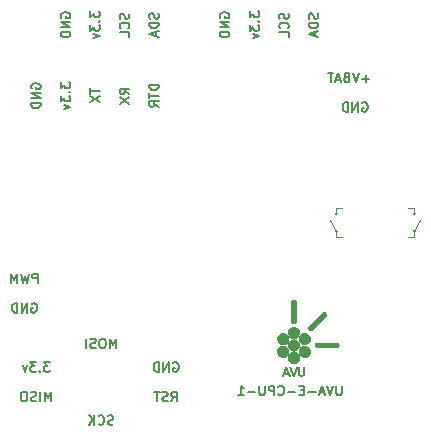
<source format=gbr>
%TF.GenerationSoftware,KiCad,Pcbnew,5.1.6*%
%TF.CreationDate,2020-09-21T03:48:32+02:00*%
%TF.ProjectId,Arduino_CPU_Board,41726475-696e-46f5-9f43-50555f426f61,rev?*%
%TF.SameCoordinates,Original*%
%TF.FileFunction,Legend,Bot*%
%TF.FilePolarity,Positive*%
%FSLAX46Y46*%
G04 Gerber Fmt 4.6, Leading zero omitted, Abs format (unit mm)*
G04 Created by KiCad (PCBNEW 5.1.6) date 2020-09-21 03:48:32*
%MOMM*%
%LPD*%
G01*
G04 APERTURE LIST*
%ADD10C,0.150000*%
%ADD11C,0.120000*%
%ADD12C,0.010000*%
G04 APERTURE END LIST*
D10*
X139861904Y-111061904D02*
X139861904Y-111709523D01*
X139823809Y-111785714D01*
X139785714Y-111823809D01*
X139709523Y-111861904D01*
X139557142Y-111861904D01*
X139480952Y-111823809D01*
X139442857Y-111785714D01*
X139404761Y-111709523D01*
X139404761Y-111061904D01*
X139138095Y-111061904D02*
X138871428Y-111861904D01*
X138604761Y-111061904D01*
X138376190Y-111633333D02*
X137995238Y-111633333D01*
X138452380Y-111861904D02*
X138185714Y-111061904D01*
X137919047Y-111861904D01*
X137652380Y-111557142D02*
X137042857Y-111557142D01*
X136661904Y-111442857D02*
X136395238Y-111442857D01*
X136280952Y-111861904D02*
X136661904Y-111861904D01*
X136661904Y-111061904D01*
X136280952Y-111061904D01*
X135938095Y-111557142D02*
X135328571Y-111557142D01*
X134490476Y-111785714D02*
X134528571Y-111823809D01*
X134642857Y-111861904D01*
X134719047Y-111861904D01*
X134833333Y-111823809D01*
X134909523Y-111747619D01*
X134947619Y-111671428D01*
X134985714Y-111519047D01*
X134985714Y-111404761D01*
X134947619Y-111252380D01*
X134909523Y-111176190D01*
X134833333Y-111100000D01*
X134719047Y-111061904D01*
X134642857Y-111061904D01*
X134528571Y-111100000D01*
X134490476Y-111138095D01*
X134147619Y-111861904D02*
X134147619Y-111061904D01*
X133842857Y-111061904D01*
X133766666Y-111100000D01*
X133728571Y-111138095D01*
X133690476Y-111214285D01*
X133690476Y-111328571D01*
X133728571Y-111404761D01*
X133766666Y-111442857D01*
X133842857Y-111480952D01*
X134147619Y-111480952D01*
X133347619Y-111061904D02*
X133347619Y-111709523D01*
X133309523Y-111785714D01*
X133271428Y-111823809D01*
X133195238Y-111861904D01*
X133042857Y-111861904D01*
X132966666Y-111823809D01*
X132928571Y-111785714D01*
X132890476Y-111709523D01*
X132890476Y-111061904D01*
X132509523Y-111557142D02*
X131900000Y-111557142D01*
X131100000Y-111861904D02*
X131557142Y-111861904D01*
X131328571Y-111861904D02*
X131328571Y-111061904D01*
X131404761Y-111176190D01*
X131480952Y-111252380D01*
X131557142Y-111290476D01*
D11*
X146100000Y-98000000D02*
G75*
G03*
X146100000Y-98000000I-100000J0D01*
G01*
X146100000Y-96500000D02*
G75*
G03*
X146100000Y-96500000I-100000J0D01*
G01*
X139500000Y-96500000D02*
G75*
G03*
X139500000Y-96500000I-100000J0D01*
G01*
X139500000Y-98000000D02*
G75*
G03*
X139500000Y-98000000I-100000J0D01*
G01*
X139400000Y-98500000D02*
X139900000Y-98500000D01*
X139400000Y-96000000D02*
X139900000Y-96000000D01*
X146000000Y-98000000D02*
X146500000Y-97000000D01*
X146000000Y-98500000D02*
X146000000Y-98000000D01*
X145500000Y-98500000D02*
X146000000Y-98500000D01*
X146000000Y-96000000D02*
X146000000Y-96500000D01*
X145500000Y-96000000D02*
X146000000Y-96000000D01*
X139400000Y-98000000D02*
X138900000Y-97000000D01*
X139400000Y-98500000D02*
X139400000Y-98000000D01*
X139400000Y-96000000D02*
X139400000Y-96500000D01*
D10*
X120528571Y-114323809D02*
X120414285Y-114361904D01*
X120223809Y-114361904D01*
X120147619Y-114323809D01*
X120109523Y-114285714D01*
X120071428Y-114209523D01*
X120071428Y-114133333D01*
X120109523Y-114057142D01*
X120147619Y-114019047D01*
X120223809Y-113980952D01*
X120376190Y-113942857D01*
X120452380Y-113904761D01*
X120490476Y-113866666D01*
X120528571Y-113790476D01*
X120528571Y-113714285D01*
X120490476Y-113638095D01*
X120452380Y-113600000D01*
X120376190Y-113561904D01*
X120185714Y-113561904D01*
X120071428Y-113600000D01*
X119271428Y-114285714D02*
X119309523Y-114323809D01*
X119423809Y-114361904D01*
X119500000Y-114361904D01*
X119614285Y-114323809D01*
X119690476Y-114247619D01*
X119728571Y-114171428D01*
X119766666Y-114019047D01*
X119766666Y-113904761D01*
X119728571Y-113752380D01*
X119690476Y-113676190D01*
X119614285Y-113600000D01*
X119500000Y-113561904D01*
X119423809Y-113561904D01*
X119309523Y-113600000D01*
X119271428Y-113638095D01*
X118928571Y-114361904D02*
X118928571Y-113561904D01*
X118471428Y-114361904D02*
X118814285Y-113904761D01*
X118471428Y-113561904D02*
X118928571Y-114019047D01*
X120757142Y-107861904D02*
X120757142Y-107061904D01*
X120490476Y-107633333D01*
X120223809Y-107061904D01*
X120223809Y-107861904D01*
X119690476Y-107061904D02*
X119538095Y-107061904D01*
X119461904Y-107100000D01*
X119385714Y-107176190D01*
X119347619Y-107328571D01*
X119347619Y-107595238D01*
X119385714Y-107747619D01*
X119461904Y-107823809D01*
X119538095Y-107861904D01*
X119690476Y-107861904D01*
X119766666Y-107823809D01*
X119842857Y-107747619D01*
X119880952Y-107595238D01*
X119880952Y-107328571D01*
X119842857Y-107176190D01*
X119766666Y-107100000D01*
X119690476Y-107061904D01*
X119042857Y-107823809D02*
X118928571Y-107861904D01*
X118738095Y-107861904D01*
X118661904Y-107823809D01*
X118623809Y-107785714D01*
X118585714Y-107709523D01*
X118585714Y-107633333D01*
X118623809Y-107557142D01*
X118661904Y-107519047D01*
X118738095Y-107480952D01*
X118890476Y-107442857D01*
X118966666Y-107404761D01*
X119004761Y-107366666D01*
X119042857Y-107290476D01*
X119042857Y-107214285D01*
X119004761Y-107138095D01*
X118966666Y-107100000D01*
X118890476Y-107061904D01*
X118700000Y-107061904D01*
X118585714Y-107100000D01*
X118242857Y-107861904D02*
X118242857Y-107061904D01*
X115142857Y-109061904D02*
X114647619Y-109061904D01*
X114914285Y-109366666D01*
X114800000Y-109366666D01*
X114723809Y-109404761D01*
X114685714Y-109442857D01*
X114647619Y-109519047D01*
X114647619Y-109709523D01*
X114685714Y-109785714D01*
X114723809Y-109823809D01*
X114800000Y-109861904D01*
X115028571Y-109861904D01*
X115104761Y-109823809D01*
X115142857Y-109785714D01*
X114304761Y-109785714D02*
X114266666Y-109823809D01*
X114304761Y-109861904D01*
X114342857Y-109823809D01*
X114304761Y-109785714D01*
X114304761Y-109861904D01*
X114000000Y-109061904D02*
X113504761Y-109061904D01*
X113771428Y-109366666D01*
X113657142Y-109366666D01*
X113580952Y-109404761D01*
X113542857Y-109442857D01*
X113504761Y-109519047D01*
X113504761Y-109709523D01*
X113542857Y-109785714D01*
X113580952Y-109823809D01*
X113657142Y-109861904D01*
X113885714Y-109861904D01*
X113961904Y-109823809D01*
X114000000Y-109785714D01*
X113238095Y-109328571D02*
X113047619Y-109861904D01*
X112857142Y-109328571D01*
X115257142Y-112361904D02*
X115257142Y-111561904D01*
X114990476Y-112133333D01*
X114723809Y-111561904D01*
X114723809Y-112361904D01*
X114342857Y-112361904D02*
X114342857Y-111561904D01*
X114000000Y-112323809D02*
X113885714Y-112361904D01*
X113695238Y-112361904D01*
X113619047Y-112323809D01*
X113580952Y-112285714D01*
X113542857Y-112209523D01*
X113542857Y-112133333D01*
X113580952Y-112057142D01*
X113619047Y-112019047D01*
X113695238Y-111980952D01*
X113847619Y-111942857D01*
X113923809Y-111904761D01*
X113961904Y-111866666D01*
X114000000Y-111790476D01*
X114000000Y-111714285D01*
X113961904Y-111638095D01*
X113923809Y-111600000D01*
X113847619Y-111561904D01*
X113657142Y-111561904D01*
X113542857Y-111600000D01*
X113047619Y-111561904D02*
X112895238Y-111561904D01*
X112819047Y-111600000D01*
X112742857Y-111676190D01*
X112704761Y-111828571D01*
X112704761Y-112095238D01*
X112742857Y-112247619D01*
X112819047Y-112323809D01*
X112895238Y-112361904D01*
X113047619Y-112361904D01*
X113123809Y-112323809D01*
X113200000Y-112247619D01*
X113238095Y-112095238D01*
X113238095Y-111828571D01*
X113200000Y-111676190D01*
X113123809Y-111600000D01*
X113047619Y-111561904D01*
X125438095Y-112361904D02*
X125704761Y-111980952D01*
X125895238Y-112361904D02*
X125895238Y-111561904D01*
X125590476Y-111561904D01*
X125514285Y-111600000D01*
X125476190Y-111638095D01*
X125438095Y-111714285D01*
X125438095Y-111828571D01*
X125476190Y-111904761D01*
X125514285Y-111942857D01*
X125590476Y-111980952D01*
X125895238Y-111980952D01*
X125133333Y-112323809D02*
X125019047Y-112361904D01*
X124828571Y-112361904D01*
X124752380Y-112323809D01*
X124714285Y-112285714D01*
X124676190Y-112209523D01*
X124676190Y-112133333D01*
X124714285Y-112057142D01*
X124752380Y-112019047D01*
X124828571Y-111980952D01*
X124980952Y-111942857D01*
X125057142Y-111904761D01*
X125095238Y-111866666D01*
X125133333Y-111790476D01*
X125133333Y-111714285D01*
X125095238Y-111638095D01*
X125057142Y-111600000D01*
X124980952Y-111561904D01*
X124790476Y-111561904D01*
X124676190Y-111600000D01*
X124447619Y-111561904D02*
X123990476Y-111561904D01*
X124219047Y-112361904D02*
X124219047Y-111561904D01*
X125609523Y-109100000D02*
X125685714Y-109061904D01*
X125800000Y-109061904D01*
X125914285Y-109100000D01*
X125990476Y-109176190D01*
X126028571Y-109252380D01*
X126066666Y-109404761D01*
X126066666Y-109519047D01*
X126028571Y-109671428D01*
X125990476Y-109747619D01*
X125914285Y-109823809D01*
X125800000Y-109861904D01*
X125723809Y-109861904D01*
X125609523Y-109823809D01*
X125571428Y-109785714D01*
X125571428Y-109519047D01*
X125723809Y-109519047D01*
X125228571Y-109861904D02*
X125228571Y-109061904D01*
X124771428Y-109861904D01*
X124771428Y-109061904D01*
X124390476Y-109861904D02*
X124390476Y-109061904D01*
X124200000Y-109061904D01*
X124085714Y-109100000D01*
X124009523Y-109176190D01*
X123971428Y-109252380D01*
X123933333Y-109404761D01*
X123933333Y-109519047D01*
X123971428Y-109671428D01*
X124009523Y-109747619D01*
X124085714Y-109823809D01*
X124200000Y-109861904D01*
X124390476Y-109861904D01*
X141609523Y-87100000D02*
X141685714Y-87061904D01*
X141800000Y-87061904D01*
X141914285Y-87100000D01*
X141990476Y-87176190D01*
X142028571Y-87252380D01*
X142066666Y-87404761D01*
X142066666Y-87519047D01*
X142028571Y-87671428D01*
X141990476Y-87747619D01*
X141914285Y-87823809D01*
X141800000Y-87861904D01*
X141723809Y-87861904D01*
X141609523Y-87823809D01*
X141571428Y-87785714D01*
X141571428Y-87519047D01*
X141723809Y-87519047D01*
X141228571Y-87861904D02*
X141228571Y-87061904D01*
X140771428Y-87861904D01*
X140771428Y-87061904D01*
X140390476Y-87861904D02*
X140390476Y-87061904D01*
X140200000Y-87061904D01*
X140085714Y-87100000D01*
X140009523Y-87176190D01*
X139971428Y-87252380D01*
X139933333Y-87404761D01*
X139933333Y-87519047D01*
X139971428Y-87671428D01*
X140009523Y-87747619D01*
X140085714Y-87823809D01*
X140200000Y-87861904D01*
X140390476Y-87861904D01*
X142195238Y-85057142D02*
X141585714Y-85057142D01*
X141890476Y-85361904D02*
X141890476Y-84752380D01*
X141319047Y-84561904D02*
X141052380Y-85361904D01*
X140785714Y-84561904D01*
X140252380Y-84942857D02*
X140138095Y-84980952D01*
X140100000Y-85019047D01*
X140061904Y-85095238D01*
X140061904Y-85209523D01*
X140100000Y-85285714D01*
X140138095Y-85323809D01*
X140214285Y-85361904D01*
X140519047Y-85361904D01*
X140519047Y-84561904D01*
X140252380Y-84561904D01*
X140176190Y-84600000D01*
X140138095Y-84638095D01*
X140100000Y-84714285D01*
X140100000Y-84790476D01*
X140138095Y-84866666D01*
X140176190Y-84904761D01*
X140252380Y-84942857D01*
X140519047Y-84942857D01*
X139757142Y-85133333D02*
X139376190Y-85133333D01*
X139833333Y-85361904D02*
X139566666Y-84561904D01*
X139300000Y-85361904D01*
X139147619Y-84561904D02*
X138690476Y-84561904D01*
X138919047Y-85361904D02*
X138919047Y-84561904D01*
X124361904Y-85585714D02*
X123561904Y-85585714D01*
X123561904Y-85776190D01*
X123600000Y-85890476D01*
X123676190Y-85966666D01*
X123752380Y-86004761D01*
X123904761Y-86042857D01*
X124019047Y-86042857D01*
X124171428Y-86004761D01*
X124247619Y-85966666D01*
X124323809Y-85890476D01*
X124361904Y-85776190D01*
X124361904Y-85585714D01*
X123561904Y-86271428D02*
X123561904Y-86728571D01*
X124361904Y-86500000D02*
X123561904Y-86500000D01*
X124361904Y-87452380D02*
X123980952Y-87185714D01*
X124361904Y-86995238D02*
X123561904Y-86995238D01*
X123561904Y-87300000D01*
X123600000Y-87376190D01*
X123638095Y-87414285D01*
X123714285Y-87452380D01*
X123828571Y-87452380D01*
X123904761Y-87414285D01*
X123942857Y-87376190D01*
X123980952Y-87300000D01*
X123980952Y-86995238D01*
X121861904Y-86366666D02*
X121480952Y-86100000D01*
X121861904Y-85909523D02*
X121061904Y-85909523D01*
X121061904Y-86214285D01*
X121100000Y-86290476D01*
X121138095Y-86328571D01*
X121214285Y-86366666D01*
X121328571Y-86366666D01*
X121404761Y-86328571D01*
X121442857Y-86290476D01*
X121480952Y-86214285D01*
X121480952Y-85909523D01*
X121061904Y-86633333D02*
X121861904Y-87166666D01*
X121061904Y-87166666D02*
X121861904Y-86633333D01*
X118561904Y-85890476D02*
X118561904Y-86347619D01*
X119361904Y-86119047D02*
X118561904Y-86119047D01*
X118561904Y-86538095D02*
X119361904Y-87071428D01*
X118561904Y-87071428D02*
X119361904Y-86538095D01*
X116061904Y-85357142D02*
X116061904Y-85852380D01*
X116366666Y-85585714D01*
X116366666Y-85700000D01*
X116404761Y-85776190D01*
X116442857Y-85814285D01*
X116519047Y-85852380D01*
X116709523Y-85852380D01*
X116785714Y-85814285D01*
X116823809Y-85776190D01*
X116861904Y-85700000D01*
X116861904Y-85471428D01*
X116823809Y-85395238D01*
X116785714Y-85357142D01*
X116785714Y-86195238D02*
X116823809Y-86233333D01*
X116861904Y-86195238D01*
X116823809Y-86157142D01*
X116785714Y-86195238D01*
X116861904Y-86195238D01*
X116061904Y-86500000D02*
X116061904Y-86995238D01*
X116366666Y-86728571D01*
X116366666Y-86842857D01*
X116404761Y-86919047D01*
X116442857Y-86957142D01*
X116519047Y-86995238D01*
X116709523Y-86995238D01*
X116785714Y-86957142D01*
X116823809Y-86919047D01*
X116861904Y-86842857D01*
X116861904Y-86614285D01*
X116823809Y-86538095D01*
X116785714Y-86500000D01*
X116328571Y-87261904D02*
X116861904Y-87452380D01*
X116328571Y-87642857D01*
X113600000Y-85890476D02*
X113561904Y-85814285D01*
X113561904Y-85700000D01*
X113600000Y-85585714D01*
X113676190Y-85509523D01*
X113752380Y-85471428D01*
X113904761Y-85433333D01*
X114019047Y-85433333D01*
X114171428Y-85471428D01*
X114247619Y-85509523D01*
X114323809Y-85585714D01*
X114361904Y-85700000D01*
X114361904Y-85776190D01*
X114323809Y-85890476D01*
X114285714Y-85928571D01*
X114019047Y-85928571D01*
X114019047Y-85776190D01*
X114361904Y-86271428D02*
X113561904Y-86271428D01*
X114361904Y-86728571D01*
X113561904Y-86728571D01*
X114361904Y-87109523D02*
X113561904Y-87109523D01*
X113561904Y-87300000D01*
X113600000Y-87414285D01*
X113676190Y-87490476D01*
X113752380Y-87528571D01*
X113904761Y-87566666D01*
X114019047Y-87566666D01*
X114171428Y-87528571D01*
X114247619Y-87490476D01*
X114323809Y-87414285D01*
X114361904Y-87300000D01*
X114361904Y-87109523D01*
X137823809Y-79528571D02*
X137861904Y-79642857D01*
X137861904Y-79833333D01*
X137823809Y-79909523D01*
X137785714Y-79947619D01*
X137709523Y-79985714D01*
X137633333Y-79985714D01*
X137557142Y-79947619D01*
X137519047Y-79909523D01*
X137480952Y-79833333D01*
X137442857Y-79680952D01*
X137404761Y-79604761D01*
X137366666Y-79566666D01*
X137290476Y-79528571D01*
X137214285Y-79528571D01*
X137138095Y-79566666D01*
X137100000Y-79604761D01*
X137061904Y-79680952D01*
X137061904Y-79871428D01*
X137100000Y-79985714D01*
X137861904Y-80328571D02*
X137061904Y-80328571D01*
X137061904Y-80519047D01*
X137100000Y-80633333D01*
X137176190Y-80709523D01*
X137252380Y-80747619D01*
X137404761Y-80785714D01*
X137519047Y-80785714D01*
X137671428Y-80747619D01*
X137747619Y-80709523D01*
X137823809Y-80633333D01*
X137861904Y-80519047D01*
X137861904Y-80328571D01*
X137633333Y-81090476D02*
X137633333Y-81471428D01*
X137861904Y-81014285D02*
X137061904Y-81280952D01*
X137861904Y-81547619D01*
X135323809Y-79547619D02*
X135361904Y-79661904D01*
X135361904Y-79852380D01*
X135323809Y-79928571D01*
X135285714Y-79966666D01*
X135209523Y-80004761D01*
X135133333Y-80004761D01*
X135057142Y-79966666D01*
X135019047Y-79928571D01*
X134980952Y-79852380D01*
X134942857Y-79700000D01*
X134904761Y-79623809D01*
X134866666Y-79585714D01*
X134790476Y-79547619D01*
X134714285Y-79547619D01*
X134638095Y-79585714D01*
X134600000Y-79623809D01*
X134561904Y-79700000D01*
X134561904Y-79890476D01*
X134600000Y-80004761D01*
X135285714Y-80804761D02*
X135323809Y-80766666D01*
X135361904Y-80652380D01*
X135361904Y-80576190D01*
X135323809Y-80461904D01*
X135247619Y-80385714D01*
X135171428Y-80347619D01*
X135019047Y-80309523D01*
X134904761Y-80309523D01*
X134752380Y-80347619D01*
X134676190Y-80385714D01*
X134600000Y-80461904D01*
X134561904Y-80576190D01*
X134561904Y-80652380D01*
X134600000Y-80766666D01*
X134638095Y-80804761D01*
X135361904Y-81528571D02*
X135361904Y-81147619D01*
X134561904Y-81147619D01*
X132061904Y-79357142D02*
X132061904Y-79852380D01*
X132366666Y-79585714D01*
X132366666Y-79700000D01*
X132404761Y-79776190D01*
X132442857Y-79814285D01*
X132519047Y-79852380D01*
X132709523Y-79852380D01*
X132785714Y-79814285D01*
X132823809Y-79776190D01*
X132861904Y-79700000D01*
X132861904Y-79471428D01*
X132823809Y-79395238D01*
X132785714Y-79357142D01*
X132785714Y-80195238D02*
X132823809Y-80233333D01*
X132861904Y-80195238D01*
X132823809Y-80157142D01*
X132785714Y-80195238D01*
X132861904Y-80195238D01*
X132061904Y-80500000D02*
X132061904Y-80995238D01*
X132366666Y-80728571D01*
X132366666Y-80842857D01*
X132404761Y-80919047D01*
X132442857Y-80957142D01*
X132519047Y-80995238D01*
X132709523Y-80995238D01*
X132785714Y-80957142D01*
X132823809Y-80919047D01*
X132861904Y-80842857D01*
X132861904Y-80614285D01*
X132823809Y-80538095D01*
X132785714Y-80500000D01*
X132328571Y-81261904D02*
X132861904Y-81452380D01*
X132328571Y-81642857D01*
X129600000Y-79890476D02*
X129561904Y-79814285D01*
X129561904Y-79700000D01*
X129600000Y-79585714D01*
X129676190Y-79509523D01*
X129752380Y-79471428D01*
X129904761Y-79433333D01*
X130019047Y-79433333D01*
X130171428Y-79471428D01*
X130247619Y-79509523D01*
X130323809Y-79585714D01*
X130361904Y-79700000D01*
X130361904Y-79776190D01*
X130323809Y-79890476D01*
X130285714Y-79928571D01*
X130019047Y-79928571D01*
X130019047Y-79776190D01*
X130361904Y-80271428D02*
X129561904Y-80271428D01*
X130361904Y-80728571D01*
X129561904Y-80728571D01*
X130361904Y-81109523D02*
X129561904Y-81109523D01*
X129561904Y-81300000D01*
X129600000Y-81414285D01*
X129676190Y-81490476D01*
X129752380Y-81528571D01*
X129904761Y-81566666D01*
X130019047Y-81566666D01*
X130171428Y-81528571D01*
X130247619Y-81490476D01*
X130323809Y-81414285D01*
X130361904Y-81300000D01*
X130361904Y-81109523D01*
X124323809Y-79528571D02*
X124361904Y-79642857D01*
X124361904Y-79833333D01*
X124323809Y-79909523D01*
X124285714Y-79947619D01*
X124209523Y-79985714D01*
X124133333Y-79985714D01*
X124057142Y-79947619D01*
X124019047Y-79909523D01*
X123980952Y-79833333D01*
X123942857Y-79680952D01*
X123904761Y-79604761D01*
X123866666Y-79566666D01*
X123790476Y-79528571D01*
X123714285Y-79528571D01*
X123638095Y-79566666D01*
X123600000Y-79604761D01*
X123561904Y-79680952D01*
X123561904Y-79871428D01*
X123600000Y-79985714D01*
X124361904Y-80328571D02*
X123561904Y-80328571D01*
X123561904Y-80519047D01*
X123600000Y-80633333D01*
X123676190Y-80709523D01*
X123752380Y-80747619D01*
X123904761Y-80785714D01*
X124019047Y-80785714D01*
X124171428Y-80747619D01*
X124247619Y-80709523D01*
X124323809Y-80633333D01*
X124361904Y-80519047D01*
X124361904Y-80328571D01*
X124133333Y-81090476D02*
X124133333Y-81471428D01*
X124361904Y-81014285D02*
X123561904Y-81280952D01*
X124361904Y-81547619D01*
X121823809Y-79547619D02*
X121861904Y-79661904D01*
X121861904Y-79852380D01*
X121823809Y-79928571D01*
X121785714Y-79966666D01*
X121709523Y-80004761D01*
X121633333Y-80004761D01*
X121557142Y-79966666D01*
X121519047Y-79928571D01*
X121480952Y-79852380D01*
X121442857Y-79700000D01*
X121404761Y-79623809D01*
X121366666Y-79585714D01*
X121290476Y-79547619D01*
X121214285Y-79547619D01*
X121138095Y-79585714D01*
X121100000Y-79623809D01*
X121061904Y-79700000D01*
X121061904Y-79890476D01*
X121100000Y-80004761D01*
X121785714Y-80804761D02*
X121823809Y-80766666D01*
X121861904Y-80652380D01*
X121861904Y-80576190D01*
X121823809Y-80461904D01*
X121747619Y-80385714D01*
X121671428Y-80347619D01*
X121519047Y-80309523D01*
X121404761Y-80309523D01*
X121252380Y-80347619D01*
X121176190Y-80385714D01*
X121100000Y-80461904D01*
X121061904Y-80576190D01*
X121061904Y-80652380D01*
X121100000Y-80766666D01*
X121138095Y-80804761D01*
X121861904Y-81528571D02*
X121861904Y-81147619D01*
X121061904Y-81147619D01*
X118561904Y-79357142D02*
X118561904Y-79852380D01*
X118866666Y-79585714D01*
X118866666Y-79700000D01*
X118904761Y-79776190D01*
X118942857Y-79814285D01*
X119019047Y-79852380D01*
X119209523Y-79852380D01*
X119285714Y-79814285D01*
X119323809Y-79776190D01*
X119361904Y-79700000D01*
X119361904Y-79471428D01*
X119323809Y-79395238D01*
X119285714Y-79357142D01*
X119285714Y-80195238D02*
X119323809Y-80233333D01*
X119361904Y-80195238D01*
X119323809Y-80157142D01*
X119285714Y-80195238D01*
X119361904Y-80195238D01*
X118561904Y-80500000D02*
X118561904Y-80995238D01*
X118866666Y-80728571D01*
X118866666Y-80842857D01*
X118904761Y-80919047D01*
X118942857Y-80957142D01*
X119019047Y-80995238D01*
X119209523Y-80995238D01*
X119285714Y-80957142D01*
X119323809Y-80919047D01*
X119361904Y-80842857D01*
X119361904Y-80614285D01*
X119323809Y-80538095D01*
X119285714Y-80500000D01*
X118828571Y-81261904D02*
X119361904Y-81452380D01*
X118828571Y-81642857D01*
X116100000Y-79890476D02*
X116061904Y-79814285D01*
X116061904Y-79700000D01*
X116100000Y-79585714D01*
X116176190Y-79509523D01*
X116252380Y-79471428D01*
X116404761Y-79433333D01*
X116519047Y-79433333D01*
X116671428Y-79471428D01*
X116747619Y-79509523D01*
X116823809Y-79585714D01*
X116861904Y-79700000D01*
X116861904Y-79776190D01*
X116823809Y-79890476D01*
X116785714Y-79928571D01*
X116519047Y-79928571D01*
X116519047Y-79776190D01*
X116861904Y-80271428D02*
X116061904Y-80271428D01*
X116861904Y-80728571D01*
X116061904Y-80728571D01*
X116861904Y-81109523D02*
X116061904Y-81109523D01*
X116061904Y-81300000D01*
X116100000Y-81414285D01*
X116176190Y-81490476D01*
X116252380Y-81528571D01*
X116404761Y-81566666D01*
X116519047Y-81566666D01*
X116671428Y-81528571D01*
X116747619Y-81490476D01*
X116823809Y-81414285D01*
X116861904Y-81300000D01*
X116861904Y-81109523D01*
X113609523Y-104100000D02*
X113685714Y-104061904D01*
X113800000Y-104061904D01*
X113914285Y-104100000D01*
X113990476Y-104176190D01*
X114028571Y-104252380D01*
X114066666Y-104404761D01*
X114066666Y-104519047D01*
X114028571Y-104671428D01*
X113990476Y-104747619D01*
X113914285Y-104823809D01*
X113800000Y-104861904D01*
X113723809Y-104861904D01*
X113609523Y-104823809D01*
X113571428Y-104785714D01*
X113571428Y-104519047D01*
X113723809Y-104519047D01*
X113228571Y-104861904D02*
X113228571Y-104061904D01*
X112771428Y-104861904D01*
X112771428Y-104061904D01*
X112390476Y-104861904D02*
X112390476Y-104061904D01*
X112200000Y-104061904D01*
X112085714Y-104100000D01*
X112009523Y-104176190D01*
X111971428Y-104252380D01*
X111933333Y-104404761D01*
X111933333Y-104519047D01*
X111971428Y-104671428D01*
X112009523Y-104747619D01*
X112085714Y-104823809D01*
X112200000Y-104861904D01*
X112390476Y-104861904D01*
X114123809Y-102361904D02*
X114123809Y-101561904D01*
X113819047Y-101561904D01*
X113742857Y-101600000D01*
X113704761Y-101638095D01*
X113666666Y-101714285D01*
X113666666Y-101828571D01*
X113704761Y-101904761D01*
X113742857Y-101942857D01*
X113819047Y-101980952D01*
X114123809Y-101980952D01*
X113400000Y-101561904D02*
X113209523Y-102361904D01*
X113057142Y-101790476D01*
X112904761Y-102361904D01*
X112714285Y-101561904D01*
X112409523Y-102361904D02*
X112409523Y-101561904D01*
X112142857Y-102133333D01*
X111876190Y-101561904D01*
X111876190Y-102361904D01*
D12*
%TO.C,G\u002A\u002A\u002A*%
G36*
X135734710Y-103785766D02*
G01*
X135659946Y-103820214D01*
X135630548Y-103846395D01*
X135583461Y-103896499D01*
X135577831Y-104749749D01*
X135576901Y-104930158D01*
X135576525Y-105099649D01*
X135576678Y-105253976D01*
X135577332Y-105388895D01*
X135578461Y-105500160D01*
X135580038Y-105583525D01*
X135582037Y-105634746D01*
X135583506Y-105648626D01*
X135618109Y-105714360D01*
X135678236Y-105763660D01*
X135750897Y-105786713D01*
X135767045Y-105787293D01*
X135827812Y-105780569D01*
X135878535Y-105766097D01*
X135880396Y-105765227D01*
X135904264Y-105752406D01*
X135924158Y-105736754D01*
X135940437Y-105714833D01*
X135953464Y-105683204D01*
X135963600Y-105638430D01*
X135971204Y-105577073D01*
X135976639Y-105495697D01*
X135980266Y-105390862D01*
X135982444Y-105259133D01*
X135983537Y-105097069D01*
X135983903Y-104901236D01*
X135983927Y-104779431D01*
X135983841Y-104576230D01*
X135983513Y-104408387D01*
X135982784Y-104272184D01*
X135981491Y-104163904D01*
X135979473Y-104079828D01*
X135976570Y-104016237D01*
X135972619Y-103969415D01*
X135967459Y-103935641D01*
X135960930Y-103911199D01*
X135952869Y-103892371D01*
X135944841Y-103878243D01*
X135886676Y-103815746D01*
X135813460Y-103784598D01*
X135734710Y-103785766D01*
G37*
X135734710Y-103785766D02*
X135659946Y-103820214D01*
X135630548Y-103846395D01*
X135583461Y-103896499D01*
X135577831Y-104749749D01*
X135576901Y-104930158D01*
X135576525Y-105099649D01*
X135576678Y-105253976D01*
X135577332Y-105388895D01*
X135578461Y-105500160D01*
X135580038Y-105583525D01*
X135582037Y-105634746D01*
X135583506Y-105648626D01*
X135618109Y-105714360D01*
X135678236Y-105763660D01*
X135750897Y-105786713D01*
X135767045Y-105787293D01*
X135827812Y-105780569D01*
X135878535Y-105766097D01*
X135880396Y-105765227D01*
X135904264Y-105752406D01*
X135924158Y-105736754D01*
X135940437Y-105714833D01*
X135953464Y-105683204D01*
X135963600Y-105638430D01*
X135971204Y-105577073D01*
X135976639Y-105495697D01*
X135980266Y-105390862D01*
X135982444Y-105259133D01*
X135983537Y-105097069D01*
X135983903Y-104901236D01*
X135983927Y-104779431D01*
X135983841Y-104576230D01*
X135983513Y-104408387D01*
X135982784Y-104272184D01*
X135981491Y-104163904D01*
X135979473Y-104079828D01*
X135976570Y-104016237D01*
X135972619Y-103969415D01*
X135967459Y-103935641D01*
X135960930Y-103911199D01*
X135952869Y-103892371D01*
X135944841Y-103878243D01*
X135886676Y-103815746D01*
X135813460Y-103784598D01*
X135734710Y-103785766D01*
G36*
X137651256Y-105460047D02*
G01*
X137522965Y-105588802D01*
X137402832Y-105710719D01*
X137293804Y-105822708D01*
X137198832Y-105921678D01*
X137120866Y-106004536D01*
X137062855Y-106068192D01*
X137027748Y-106109554D01*
X137018529Y-106123206D01*
X137005630Y-106198299D01*
X137024706Y-106268384D01*
X137068681Y-106326956D01*
X137130482Y-106367508D01*
X137203033Y-106383533D01*
X137279261Y-106368526D01*
X137283307Y-106366723D01*
X137309193Y-106347452D01*
X137359339Y-106303327D01*
X137430603Y-106237351D01*
X137519844Y-106152527D01*
X137623919Y-106051861D01*
X137739687Y-105938356D01*
X137864005Y-105815017D01*
X137942730Y-105736200D01*
X138543538Y-105132620D01*
X138543538Y-105048807D01*
X138526768Y-104961905D01*
X138479743Y-104896934D01*
X138407394Y-104858825D01*
X138345489Y-104850769D01*
X138261665Y-104850769D01*
X137651256Y-105460047D01*
G37*
X137651256Y-105460047D02*
X137522965Y-105588802D01*
X137402832Y-105710719D01*
X137293804Y-105822708D01*
X137198832Y-105921678D01*
X137120866Y-106004536D01*
X137062855Y-106068192D01*
X137027748Y-106109554D01*
X137018529Y-106123206D01*
X137005630Y-106198299D01*
X137024706Y-106268384D01*
X137068681Y-106326956D01*
X137130482Y-106367508D01*
X137203033Y-106383533D01*
X137279261Y-106368526D01*
X137283307Y-106366723D01*
X137309193Y-106347452D01*
X137359339Y-106303327D01*
X137430603Y-106237351D01*
X137519844Y-106152527D01*
X137623919Y-106051861D01*
X137739687Y-105938356D01*
X137864005Y-105815017D01*
X137942730Y-105736200D01*
X138543538Y-105132620D01*
X138543538Y-105048807D01*
X138526768Y-104961905D01*
X138479743Y-104896934D01*
X138407394Y-104858825D01*
X138345489Y-104850769D01*
X138261665Y-104850769D01*
X137651256Y-105460047D01*
G36*
X135634303Y-106102738D02*
G01*
X135624805Y-106105453D01*
X135549917Y-106142078D01*
X135470914Y-106203757D01*
X135398782Y-106279503D01*
X135344509Y-106358327D01*
X135323915Y-106406343D01*
X135302320Y-106542095D01*
X135316342Y-106672987D01*
X135363491Y-106792992D01*
X135441280Y-106896078D01*
X135547218Y-106976216D01*
X135562508Y-106984418D01*
X135654190Y-107016641D01*
X135760562Y-107031650D01*
X135864295Y-107028126D01*
X135930309Y-107012390D01*
X136051683Y-106946755D01*
X136151770Y-106850310D01*
X136193602Y-106789299D01*
X136234137Y-106687224D01*
X136250109Y-106570040D01*
X136241141Y-106452406D01*
X136206856Y-106348976D01*
X136205016Y-106345461D01*
X136125013Y-106233847D01*
X136022281Y-106151426D01*
X135902479Y-106100540D01*
X135771266Y-106083531D01*
X135634303Y-106102738D01*
G37*
X135634303Y-106102738D02*
X135624805Y-106105453D01*
X135549917Y-106142078D01*
X135470914Y-106203757D01*
X135398782Y-106279503D01*
X135344509Y-106358327D01*
X135323915Y-106406343D01*
X135302320Y-106542095D01*
X135316342Y-106672987D01*
X135363491Y-106792992D01*
X135441280Y-106896078D01*
X135547218Y-106976216D01*
X135562508Y-106984418D01*
X135654190Y-107016641D01*
X135760562Y-107031650D01*
X135864295Y-107028126D01*
X135930309Y-107012390D01*
X136051683Y-106946755D01*
X136151770Y-106850310D01*
X136193602Y-106789299D01*
X136234137Y-106687224D01*
X136250109Y-106570040D01*
X136241141Y-106452406D01*
X136206856Y-106348976D01*
X136205016Y-106345461D01*
X136125013Y-106233847D01*
X136022281Y-106151426D01*
X135902479Y-106100540D01*
X135771266Y-106083531D01*
X135634303Y-106102738D01*
G36*
X134750860Y-106624673D02*
G01*
X134633546Y-106669562D01*
X134532987Y-106742611D01*
X134454476Y-106840419D01*
X134403306Y-106959582D01*
X134388429Y-107035528D01*
X134391545Y-107164527D01*
X134428866Y-107284245D01*
X134495695Y-107389076D01*
X134587335Y-107473413D01*
X134699087Y-107531648D01*
X134826255Y-107558176D01*
X134826338Y-107558181D01*
X134897728Y-107559552D01*
X134960219Y-107555116D01*
X134987665Y-107549522D01*
X135115383Y-107489140D01*
X135216716Y-107403148D01*
X135289018Y-107296521D01*
X135329638Y-107174232D01*
X135335929Y-107041255D01*
X135315469Y-106933882D01*
X135278844Y-106858994D01*
X135217165Y-106779990D01*
X135141420Y-106707859D01*
X135062595Y-106653586D01*
X135014579Y-106632991D01*
X134879635Y-106611349D01*
X134750860Y-106624673D01*
G37*
X134750860Y-106624673D02*
X134633546Y-106669562D01*
X134532987Y-106742611D01*
X134454476Y-106840419D01*
X134403306Y-106959582D01*
X134388429Y-107035528D01*
X134391545Y-107164527D01*
X134428866Y-107284245D01*
X134495695Y-107389076D01*
X134587335Y-107473413D01*
X134699087Y-107531648D01*
X134826255Y-107558176D01*
X134826338Y-107558181D01*
X134897728Y-107559552D01*
X134960219Y-107555116D01*
X134987665Y-107549522D01*
X135115383Y-107489140D01*
X135216716Y-107403148D01*
X135289018Y-107296521D01*
X135329638Y-107174232D01*
X135335929Y-107041255D01*
X135315469Y-106933882D01*
X135278844Y-106858994D01*
X135217165Y-106779990D01*
X135141420Y-106707859D01*
X135062595Y-106653586D01*
X135014579Y-106632991D01*
X134879635Y-106611349D01*
X134750860Y-106624673D01*
G36*
X136567278Y-106626160D02*
G01*
X136454352Y-106673114D01*
X136364579Y-106742218D01*
X136280006Y-106851489D01*
X136230749Y-106975431D01*
X136217867Y-107109907D01*
X136238031Y-107235738D01*
X136273827Y-107312804D01*
X136334422Y-107393345D01*
X136408937Y-107464892D01*
X136478031Y-107510841D01*
X136583243Y-107546601D01*
X136702492Y-107559025D01*
X136817952Y-107547027D01*
X136861559Y-107534249D01*
X136962691Y-107478747D01*
X137052254Y-107395597D01*
X137119693Y-107296020D01*
X137145244Y-107232723D01*
X137166843Y-107150589D01*
X137173940Y-107086844D01*
X137166651Y-107023641D01*
X137147099Y-106949815D01*
X137093730Y-106832196D01*
X137014618Y-106737809D01*
X136916090Y-106668334D01*
X136804473Y-106625448D01*
X136686094Y-106610831D01*
X136567278Y-106626160D01*
G37*
X136567278Y-106626160D02*
X136454352Y-106673114D01*
X136364579Y-106742218D01*
X136280006Y-106851489D01*
X136230749Y-106975431D01*
X136217867Y-107109907D01*
X136238031Y-107235738D01*
X136273827Y-107312804D01*
X136334422Y-107393345D01*
X136408937Y-107464892D01*
X136478031Y-107510841D01*
X136583243Y-107546601D01*
X136702492Y-107559025D01*
X136817952Y-107547027D01*
X136861559Y-107534249D01*
X136962691Y-107478747D01*
X137052254Y-107395597D01*
X137119693Y-107296020D01*
X137145244Y-107232723D01*
X137166843Y-107150589D01*
X137173940Y-107086844D01*
X137166651Y-107023641D01*
X137147099Y-106949815D01*
X137093730Y-106832196D01*
X137014618Y-106737809D01*
X136916090Y-106668334D01*
X136804473Y-106625448D01*
X136686094Y-106610831D01*
X136567278Y-106626160D01*
G36*
X138089905Y-107413137D02*
G01*
X137970041Y-107414747D01*
X137875381Y-107417872D01*
X137802458Y-107422792D01*
X137747803Y-107429787D01*
X137707949Y-107439138D01*
X137679428Y-107451124D01*
X137658773Y-107466026D01*
X137642516Y-107484124D01*
X137634221Y-107495501D01*
X137611567Y-107555190D01*
X137607473Y-107630382D01*
X137621776Y-107702283D01*
X137636289Y-107731917D01*
X137677119Y-107772193D01*
X137727128Y-107799615D01*
X137764820Y-107805525D01*
X137840745Y-107810487D01*
X137954068Y-107814479D01*
X138103955Y-107817483D01*
X138289574Y-107819479D01*
X138510089Y-107820447D01*
X138619723Y-107820542D01*
X138822290Y-107820455D01*
X138989511Y-107820125D01*
X139125116Y-107819388D01*
X139232836Y-107818083D01*
X139316402Y-107816047D01*
X139379545Y-107813116D01*
X139425994Y-107809129D01*
X139459481Y-107803922D01*
X139483737Y-107797333D01*
X139502491Y-107789199D01*
X139516064Y-107781456D01*
X139578561Y-107723291D01*
X139609709Y-107650075D01*
X139608541Y-107571326D01*
X139574093Y-107496562D01*
X139547912Y-107467163D01*
X139497808Y-107420077D01*
X138635398Y-107414592D01*
X138419116Y-107413340D01*
X138238441Y-107412761D01*
X138089905Y-107413137D01*
G37*
X138089905Y-107413137D02*
X137970041Y-107414747D01*
X137875381Y-107417872D01*
X137802458Y-107422792D01*
X137747803Y-107429787D01*
X137707949Y-107439138D01*
X137679428Y-107451124D01*
X137658773Y-107466026D01*
X137642516Y-107484124D01*
X137634221Y-107495501D01*
X137611567Y-107555190D01*
X137607473Y-107630382D01*
X137621776Y-107702283D01*
X137636289Y-107731917D01*
X137677119Y-107772193D01*
X137727128Y-107799615D01*
X137764820Y-107805525D01*
X137840745Y-107810487D01*
X137954068Y-107814479D01*
X138103955Y-107817483D01*
X138289574Y-107819479D01*
X138510089Y-107820447D01*
X138619723Y-107820542D01*
X138822290Y-107820455D01*
X138989511Y-107820125D01*
X139125116Y-107819388D01*
X139232836Y-107818083D01*
X139316402Y-107816047D01*
X139379545Y-107813116D01*
X139425994Y-107809129D01*
X139459481Y-107803922D01*
X139483737Y-107797333D01*
X139502491Y-107789199D01*
X139516064Y-107781456D01*
X139578561Y-107723291D01*
X139609709Y-107650075D01*
X139608541Y-107571326D01*
X139574093Y-107496562D01*
X139547912Y-107467163D01*
X139497808Y-107420077D01*
X138635398Y-107414592D01*
X138419116Y-107413340D01*
X138238441Y-107412761D01*
X138089905Y-107413137D01*
G36*
X135653108Y-107156237D02*
G01*
X135582375Y-107183147D01*
X135469712Y-107253847D01*
X135386764Y-107343235D01*
X135332531Y-107445853D01*
X135306011Y-107556242D01*
X135306203Y-107668945D01*
X135332106Y-107778502D01*
X135382719Y-107879455D01*
X135457041Y-107966347D01*
X135554071Y-108033718D01*
X135672807Y-108076111D01*
X135748124Y-108086885D01*
X135838427Y-108085916D01*
X135917696Y-108071700D01*
X135930091Y-108067542D01*
X136028587Y-108021781D01*
X136103992Y-107962630D01*
X136160291Y-107895053D01*
X136223161Y-107780076D01*
X136251399Y-107662663D01*
X136248525Y-107547152D01*
X136218062Y-107437882D01*
X136163531Y-107339191D01*
X136088454Y-107255416D01*
X135996351Y-107190895D01*
X135890745Y-107149966D01*
X135775157Y-107136968D01*
X135653108Y-107156237D01*
G37*
X135653108Y-107156237D02*
X135582375Y-107183147D01*
X135469712Y-107253847D01*
X135386764Y-107343235D01*
X135332531Y-107445853D01*
X135306011Y-107556242D01*
X135306203Y-107668945D01*
X135332106Y-107778502D01*
X135382719Y-107879455D01*
X135457041Y-107966347D01*
X135554071Y-108033718D01*
X135672807Y-108076111D01*
X135748124Y-108086885D01*
X135838427Y-108085916D01*
X135917696Y-108071700D01*
X135930091Y-108067542D01*
X136028587Y-108021781D01*
X136103992Y-107962630D01*
X136160291Y-107895053D01*
X136223161Y-107780076D01*
X136251399Y-107662663D01*
X136248525Y-107547152D01*
X136218062Y-107437882D01*
X136163531Y-107339191D01*
X136088454Y-107255416D01*
X135996351Y-107190895D01*
X135890745Y-107149966D01*
X135775157Y-107136968D01*
X135653108Y-107156237D01*
G36*
X134782460Y-107674379D02*
G01*
X134670531Y-107707555D01*
X134569520Y-107766830D01*
X134485154Y-107850470D01*
X134423160Y-107956741D01*
X134389263Y-108083910D01*
X134388429Y-108090605D01*
X134392293Y-108216853D01*
X134430578Y-108338695D01*
X134498848Y-108447604D01*
X134592667Y-108535050D01*
X134632717Y-108560121D01*
X134711858Y-108591201D01*
X134807384Y-108610660D01*
X134902800Y-108616433D01*
X134981611Y-108606451D01*
X134987665Y-108604599D01*
X135111554Y-108546204D01*
X135210439Y-108463917D01*
X135282541Y-108363483D01*
X135326085Y-108250649D01*
X135339295Y-108131159D01*
X135320395Y-108010760D01*
X135267609Y-107895198D01*
X135224834Y-107837347D01*
X135126494Y-107748787D01*
X135016168Y-107693261D01*
X134899581Y-107669037D01*
X134782460Y-107674379D01*
G37*
X134782460Y-107674379D02*
X134670531Y-107707555D01*
X134569520Y-107766830D01*
X134485154Y-107850470D01*
X134423160Y-107956741D01*
X134389263Y-108083910D01*
X134388429Y-108090605D01*
X134392293Y-108216853D01*
X134430578Y-108338695D01*
X134498848Y-108447604D01*
X134592667Y-108535050D01*
X134632717Y-108560121D01*
X134711858Y-108591201D01*
X134807384Y-108610660D01*
X134902800Y-108616433D01*
X134981611Y-108606451D01*
X134987665Y-108604599D01*
X135111554Y-108546204D01*
X135210439Y-108463917D01*
X135282541Y-108363483D01*
X135326085Y-108250649D01*
X135339295Y-108131159D01*
X135320395Y-108010760D01*
X135267609Y-107895198D01*
X135224834Y-107837347D01*
X135126494Y-107748787D01*
X135016168Y-107693261D01*
X134899581Y-107669037D01*
X134782460Y-107674379D01*
G36*
X136607790Y-107673882D02*
G01*
X136492783Y-107710766D01*
X136387010Y-107780621D01*
X136359904Y-107806286D01*
X136308759Y-107865901D01*
X136265730Y-107928741D01*
X136248694Y-107961641D01*
X136225381Y-108052952D01*
X136219746Y-108161155D01*
X136232381Y-108267999D01*
X136238031Y-108290815D01*
X136273827Y-108367881D01*
X136334422Y-108448422D01*
X136408937Y-108519969D01*
X136478031Y-108565918D01*
X136571743Y-108598925D01*
X136679281Y-108614278D01*
X136783630Y-108610642D01*
X136848616Y-108595006D01*
X136968158Y-108531549D01*
X137062878Y-108442754D01*
X137129456Y-108334525D01*
X137164570Y-108212767D01*
X137164896Y-108083386D01*
X137157967Y-108045090D01*
X137112722Y-107921602D01*
X137040950Y-107820384D01*
X136948610Y-107743220D01*
X136841664Y-107691892D01*
X136726070Y-107668185D01*
X136607790Y-107673882D01*
G37*
X136607790Y-107673882D02*
X136492783Y-107710766D01*
X136387010Y-107780621D01*
X136359904Y-107806286D01*
X136308759Y-107865901D01*
X136265730Y-107928741D01*
X136248694Y-107961641D01*
X136225381Y-108052952D01*
X136219746Y-108161155D01*
X136232381Y-108267999D01*
X136238031Y-108290815D01*
X136273827Y-108367881D01*
X136334422Y-108448422D01*
X136408937Y-108519969D01*
X136478031Y-108565918D01*
X136571743Y-108598925D01*
X136679281Y-108614278D01*
X136783630Y-108610642D01*
X136848616Y-108595006D01*
X136968158Y-108531549D01*
X137062878Y-108442754D01*
X137129456Y-108334525D01*
X137164570Y-108212767D01*
X137164896Y-108083386D01*
X137157967Y-108045090D01*
X137112722Y-107921602D01*
X137040950Y-107820384D01*
X136948610Y-107743220D01*
X136841664Y-107691892D01*
X136726070Y-107668185D01*
X136607790Y-107673882D01*
G36*
X135693517Y-108202434D02*
G01*
X135580561Y-108237595D01*
X135478145Y-108301854D01*
X135392145Y-108395145D01*
X135346094Y-108475011D01*
X135307954Y-108600102D01*
X135305668Y-108726766D01*
X135336898Y-108848309D01*
X135399304Y-108958036D01*
X135490550Y-109049252D01*
X135562508Y-109094572D01*
X135636721Y-109121208D01*
X135728007Y-109138071D01*
X135819735Y-109143342D01*
X135895275Y-109135201D01*
X135905972Y-109132138D01*
X136036835Y-109072084D01*
X136136821Y-108988406D01*
X136205157Y-108882151D01*
X136241070Y-108754366D01*
X136246738Y-108670538D01*
X136240167Y-108562909D01*
X136219468Y-108483788D01*
X136210830Y-108465384D01*
X136133276Y-108354076D01*
X136036894Y-108272192D01*
X135927557Y-108219667D01*
X135811141Y-108196437D01*
X135693517Y-108202434D01*
G37*
X135693517Y-108202434D02*
X135580561Y-108237595D01*
X135478145Y-108301854D01*
X135392145Y-108395145D01*
X135346094Y-108475011D01*
X135307954Y-108600102D01*
X135305668Y-108726766D01*
X135336898Y-108848309D01*
X135399304Y-108958036D01*
X135490550Y-109049252D01*
X135562508Y-109094572D01*
X135636721Y-109121208D01*
X135728007Y-109138071D01*
X135819735Y-109143342D01*
X135895275Y-109135201D01*
X135905972Y-109132138D01*
X136036835Y-109072084D01*
X136136821Y-108988406D01*
X136205157Y-108882151D01*
X136241070Y-108754366D01*
X136246738Y-108670538D01*
X136240167Y-108562909D01*
X136219468Y-108483788D01*
X136210830Y-108465384D01*
X136133276Y-108354076D01*
X136036894Y-108272192D01*
X135927557Y-108219667D01*
X135811141Y-108196437D01*
X135693517Y-108202434D01*
G36*
X135095412Y-109508537D02*
G01*
X135079367Y-109523297D01*
X135061351Y-109553088D01*
X135038756Y-109602664D01*
X135008970Y-109676778D01*
X134969386Y-109780186D01*
X134943577Y-109848401D01*
X134902455Y-109957851D01*
X134866568Y-110054640D01*
X134838055Y-110132891D01*
X134819057Y-110186724D01*
X134811715Y-110210262D01*
X134811692Y-110210573D01*
X134828319Y-110220873D01*
X134856500Y-110223846D01*
X134889171Y-110214801D01*
X134914407Y-110181846D01*
X134931533Y-110140807D01*
X134961757Y-110057769D01*
X135129059Y-110052151D01*
X135296362Y-110046534D01*
X135330220Y-110135190D01*
X135355531Y-110190979D01*
X135380891Y-110217530D01*
X135411586Y-110223846D01*
X135445757Y-110217346D01*
X135449369Y-110193488D01*
X135448220Y-110189582D01*
X135437864Y-110160765D01*
X135415910Y-110102161D01*
X135384880Y-110020419D01*
X135360300Y-109956175D01*
X135261077Y-109956175D01*
X135243253Y-109963138D01*
X135196619Y-109968061D01*
X135134077Y-109969846D01*
X135069403Y-109967261D01*
X135023662Y-109960499D01*
X135007077Y-109951425D01*
X135013690Y-109923140D01*
X135030746Y-109870163D01*
X135054071Y-109803874D01*
X135079491Y-109735654D01*
X135102829Y-109676883D01*
X135119913Y-109638940D01*
X135124305Y-109631853D01*
X135135220Y-109643077D01*
X135155619Y-109681577D01*
X135181533Y-109737945D01*
X135208993Y-109802767D01*
X135234032Y-109866635D01*
X135252679Y-109920137D01*
X135260967Y-109953862D01*
X135261077Y-109956175D01*
X135360300Y-109956175D01*
X135347296Y-109922189D01*
X135312971Y-109833005D01*
X135268025Y-109717287D01*
X135234067Y-109633023D01*
X135208283Y-109575112D01*
X135187857Y-109538452D01*
X135169973Y-109517941D01*
X135151816Y-109508476D01*
X135132029Y-109505096D01*
X135112096Y-109504055D01*
X135095412Y-109508537D01*
G37*
X135095412Y-109508537D02*
X135079367Y-109523297D01*
X135061351Y-109553088D01*
X135038756Y-109602664D01*
X135008970Y-109676778D01*
X134969386Y-109780186D01*
X134943577Y-109848401D01*
X134902455Y-109957851D01*
X134866568Y-110054640D01*
X134838055Y-110132891D01*
X134819057Y-110186724D01*
X134811715Y-110210262D01*
X134811692Y-110210573D01*
X134828319Y-110220873D01*
X134856500Y-110223846D01*
X134889171Y-110214801D01*
X134914407Y-110181846D01*
X134931533Y-110140807D01*
X134961757Y-110057769D01*
X135129059Y-110052151D01*
X135296362Y-110046534D01*
X135330220Y-110135190D01*
X135355531Y-110190979D01*
X135380891Y-110217530D01*
X135411586Y-110223846D01*
X135445757Y-110217346D01*
X135449369Y-110193488D01*
X135448220Y-110189582D01*
X135437864Y-110160765D01*
X135415910Y-110102161D01*
X135384880Y-110020419D01*
X135360300Y-109956175D01*
X135261077Y-109956175D01*
X135243253Y-109963138D01*
X135196619Y-109968061D01*
X135134077Y-109969846D01*
X135069403Y-109967261D01*
X135023662Y-109960499D01*
X135007077Y-109951425D01*
X135013690Y-109923140D01*
X135030746Y-109870163D01*
X135054071Y-109803874D01*
X135079491Y-109735654D01*
X135102829Y-109676883D01*
X135119913Y-109638940D01*
X135124305Y-109631853D01*
X135135220Y-109643077D01*
X135155619Y-109681577D01*
X135181533Y-109737945D01*
X135208993Y-109802767D01*
X135234032Y-109866635D01*
X135252679Y-109920137D01*
X135260967Y-109953862D01*
X135261077Y-109956175D01*
X135360300Y-109956175D01*
X135347296Y-109922189D01*
X135312971Y-109833005D01*
X135268025Y-109717287D01*
X135234067Y-109633023D01*
X135208283Y-109575112D01*
X135187857Y-109538452D01*
X135169973Y-109517941D01*
X135151816Y-109508476D01*
X135132029Y-109505096D01*
X135112096Y-109504055D01*
X135095412Y-109508537D01*
G36*
X135446528Y-109506429D02*
G01*
X135436543Y-109515577D01*
X135443008Y-109537648D01*
X135461228Y-109590313D01*
X135489067Y-109667641D01*
X135524388Y-109763700D01*
X135565055Y-109872560D01*
X135566741Y-109877038D01*
X135612396Y-109997676D01*
X135647055Y-110086527D01*
X135673305Y-110148441D01*
X135693730Y-110188271D01*
X135710918Y-110210869D01*
X135727454Y-110221088D01*
X135745925Y-110223780D01*
X135751583Y-110223846D01*
X135794256Y-110219125D01*
X135814749Y-110209192D01*
X135824187Y-110187184D01*
X135844486Y-110136080D01*
X135873001Y-110062824D01*
X135907086Y-109974362D01*
X135944095Y-109877640D01*
X135981382Y-109779602D01*
X136016300Y-109687195D01*
X136046204Y-109607362D01*
X136068448Y-109547051D01*
X136080386Y-109513206D01*
X136081692Y-109508500D01*
X136064970Y-109502723D01*
X136034554Y-109500923D01*
X136007634Y-109506065D01*
X135985514Y-109526602D01*
X135962556Y-109570195D01*
X135937526Y-109632807D01*
X135906609Y-109714560D01*
X135868829Y-109814499D01*
X135831130Y-109914255D01*
X135821847Y-109938823D01*
X135756059Y-110112954D01*
X135676815Y-109908480D01*
X135640195Y-109813199D01*
X135604766Y-109719653D01*
X135575410Y-109640803D01*
X135561507Y-109602464D01*
X135536650Y-109541599D01*
X135513483Y-109510568D01*
X135485401Y-109501021D01*
X135481183Y-109500923D01*
X135446528Y-109506429D01*
G37*
X135446528Y-109506429D02*
X135436543Y-109515577D01*
X135443008Y-109537648D01*
X135461228Y-109590313D01*
X135489067Y-109667641D01*
X135524388Y-109763700D01*
X135565055Y-109872560D01*
X135566741Y-109877038D01*
X135612396Y-109997676D01*
X135647055Y-110086527D01*
X135673305Y-110148441D01*
X135693730Y-110188271D01*
X135710918Y-110210869D01*
X135727454Y-110221088D01*
X135745925Y-110223780D01*
X135751583Y-110223846D01*
X135794256Y-110219125D01*
X135814749Y-110209192D01*
X135824187Y-110187184D01*
X135844486Y-110136080D01*
X135873001Y-110062824D01*
X135907086Y-109974362D01*
X135944095Y-109877640D01*
X135981382Y-109779602D01*
X136016300Y-109687195D01*
X136046204Y-109607362D01*
X136068448Y-109547051D01*
X136080386Y-109513206D01*
X136081692Y-109508500D01*
X136064970Y-109502723D01*
X136034554Y-109500923D01*
X136007634Y-109506065D01*
X135985514Y-109526602D01*
X135962556Y-109570195D01*
X135937526Y-109632807D01*
X135906609Y-109714560D01*
X135868829Y-109814499D01*
X135831130Y-109914255D01*
X135821847Y-109938823D01*
X135756059Y-110112954D01*
X135676815Y-109908480D01*
X135640195Y-109813199D01*
X135604766Y-109719653D01*
X135575410Y-109640803D01*
X135561507Y-109602464D01*
X135536650Y-109541599D01*
X135513483Y-109510568D01*
X135485401Y-109501021D01*
X135481183Y-109500923D01*
X135446528Y-109506429D01*
G36*
X136566677Y-109793357D02*
G01*
X136563059Y-109920571D01*
X136556829Y-110013927D01*
X136545502Y-110078641D01*
X136526594Y-110119934D01*
X136497622Y-110143021D01*
X136456101Y-110153122D01*
X136399548Y-110155454D01*
X136394307Y-110155461D01*
X136336446Y-110153525D01*
X136293816Y-110144236D01*
X136263933Y-110122378D01*
X136244312Y-110082732D01*
X136232471Y-110020080D01*
X136225924Y-109929204D01*
X136222190Y-109804886D01*
X136221938Y-109793357D01*
X136215646Y-109500923D01*
X136120769Y-109500923D01*
X136120842Y-109779346D01*
X136121473Y-109892475D01*
X136123874Y-109974059D01*
X136128912Y-110031617D01*
X136137452Y-110072671D01*
X136150361Y-110104741D01*
X136160347Y-110122445D01*
X136221451Y-110187527D01*
X136304749Y-110228155D01*
X136400005Y-110241678D01*
X136496984Y-110225444D01*
X136521307Y-110215981D01*
X136569787Y-110192224D01*
X136605337Y-110165919D01*
X136630121Y-110130805D01*
X136646301Y-110080620D01*
X136656039Y-110009103D01*
X136661497Y-109909990D01*
X136664337Y-109801778D01*
X136670597Y-109500923D01*
X136572969Y-109500923D01*
X136566677Y-109793357D01*
G37*
X136566677Y-109793357D02*
X136563059Y-109920571D01*
X136556829Y-110013927D01*
X136545502Y-110078641D01*
X136526594Y-110119934D01*
X136497622Y-110143021D01*
X136456101Y-110153122D01*
X136399548Y-110155454D01*
X136394307Y-110155461D01*
X136336446Y-110153525D01*
X136293816Y-110144236D01*
X136263933Y-110122378D01*
X136244312Y-110082732D01*
X136232471Y-110020080D01*
X136225924Y-109929204D01*
X136222190Y-109804886D01*
X136221938Y-109793357D01*
X136215646Y-109500923D01*
X136120769Y-109500923D01*
X136120842Y-109779346D01*
X136121473Y-109892475D01*
X136123874Y-109974059D01*
X136128912Y-110031617D01*
X136137452Y-110072671D01*
X136150361Y-110104741D01*
X136160347Y-110122445D01*
X136221451Y-110187527D01*
X136304749Y-110228155D01*
X136400005Y-110241678D01*
X136496984Y-110225444D01*
X136521307Y-110215981D01*
X136569787Y-110192224D01*
X136605337Y-110165919D01*
X136630121Y-110130805D01*
X136646301Y-110080620D01*
X136656039Y-110009103D01*
X136661497Y-109909990D01*
X136664337Y-109801778D01*
X136670597Y-109500923D01*
X136572969Y-109500923D01*
X136566677Y-109793357D01*
%TD*%
M02*

</source>
